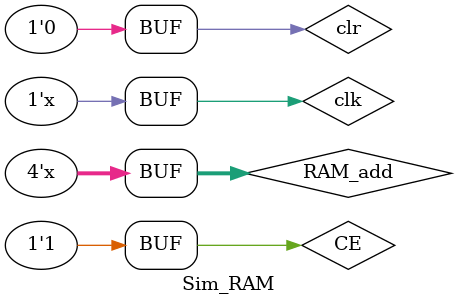
<source format=v>
module RAM (CE,clk,clr,RAM_add,RAM_out);
 input       CE,clk,clr;
 input  [3:0]RAM_add;
 output [7:0]RAM_out;
 reg    [7:0]Temp;
 reg [7:0]MEM[0:15];
 
 always@(posedge clk)
 if (clr) begin
          MEM[00]<=8'b0000_1111;//LDA Fh   5+3-1=7
          MEM[01]<=8'b0001_1110;//ADD EH 
		  MEM[02]<=8'b0010_1101;//SUB DH 
		  MEM[03]<=8'b1110_xxxx;//OUT
          MEM[04]<=8'b1111_xxxx;//HLT 
		  MEM[05]<=8'd5; 
		  MEM[06]<=8'd6; 
		  MEM[07]<=8'd7;
          MEM[08]<=8'b0; 
		  MEM[09]<=8'b0; 
		  MEM[10]<=8'b0; 
		  MEM[11]<=8'b0;
          MEM[12]<=8'b0; 
		  MEM[13]<=8'd1; 
		  MEM[14]<=8'd3; 
		  MEM[15]<=8'd5;
		  end
else 
          MEM[RAM_add]<=MEM[RAM_add];
		  
 assign RAM_out=(CE)?MEM[RAM_add]:8'bz; 
 endmodule
 
 //-----testbench-----
 module Sim_RAM;
 reg       CE,clk,clr;
 reg  [3:0]RAM_add;
 wire [7:0]RAM_out;
RAM K(CE,clk,clr,RAM_add,RAM_out);
   initial
   begin
      clk=1'b0; clr=1'b1; RAM_add=8'b0;// clear
#100            clr=1'b0; CE=1'b1;
   end
   always
   #50 clk=~clk;
   always
   #70 RAM_add=RAM_add+$random;
   endmodule
</source>
